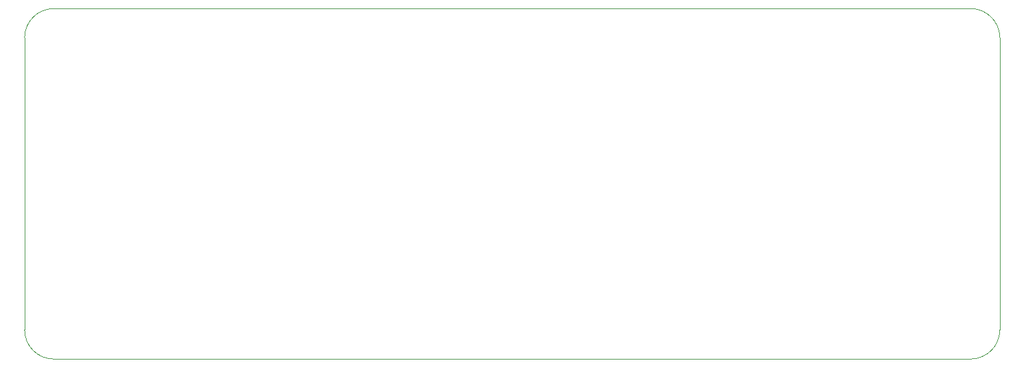
<source format=gbr>
%TF.GenerationSoftware,KiCad,Pcbnew,(6.0.0)*%
%TF.CreationDate,2022-01-22T21:07:16-08:00*%
%TF.ProjectId,nixie_tube_board,6e697869-655f-4747-9562-655f626f6172,rev?*%
%TF.SameCoordinates,Original*%
%TF.FileFunction,Profile,NP*%
%FSLAX46Y46*%
G04 Gerber Fmt 4.6, Leading zero omitted, Abs format (unit mm)*
G04 Created by KiCad (PCBNEW (6.0.0)) date 2022-01-22 21:07:16*
%MOMM*%
%LPD*%
G01*
G04 APERTURE LIST*
%TA.AperFunction,Profile*%
%ADD10C,0.050000*%
%TD*%
G04 APERTURE END LIST*
D10*
X172720000Y-76200000D02*
X53340000Y-76200000D01*
X49530000Y-118110000D02*
G75*
G03*
X53340000Y-121920000I3809999J-1D01*
G01*
X53340000Y-76200000D02*
G75*
G03*
X49530000Y-80010000I-1J-3809999D01*
G01*
X176530000Y-80010000D02*
G75*
G03*
X172720000Y-76200000I-3809999J1D01*
G01*
X172720000Y-121920000D02*
G75*
G03*
X176530000Y-118110000I1J3809999D01*
G01*
X176530000Y-118110000D02*
X176530000Y-80010000D01*
X53340000Y-121920000D02*
X172720000Y-121920000D01*
X49530000Y-80010000D02*
X49530000Y-118110000D01*
M02*

</source>
